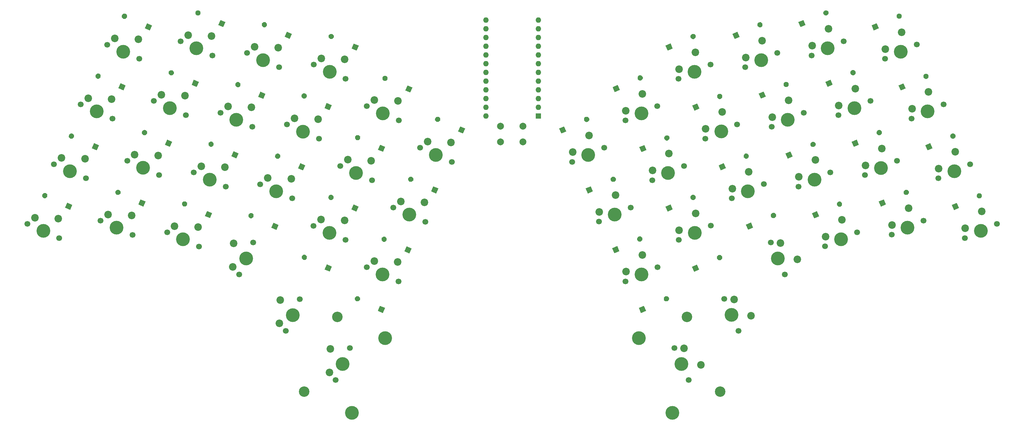
<source format=gbr>
%TF.GenerationSoftware,KiCad,Pcbnew,5.1.10-1.fc33*%
%TF.CreationDate,2021-08-02T15:59:08+02:00*%
%TF.ProjectId,lineata,6c696e65-6174-4612-9e6b-696361645f70,0.1*%
%TF.SameCoordinates,Original*%
%TF.FileFunction,Soldermask,Top*%
%TF.FilePolarity,Negative*%
%FSLAX46Y46*%
G04 Gerber Fmt 4.6, Leading zero omitted, Abs format (unit mm)*
G04 Created by KiCad (PCBNEW 5.1.10-1.fc33) date 2021-08-02 15:59:08*
%MOMM*%
%LPD*%
G01*
G04 APERTURE LIST*
%ADD10C,0.150000*%
%ADD11C,1.700000*%
%ADD12C,4.000000*%
%ADD13C,2.200000*%
%ADD14C,3.050000*%
%ADD15C,2.000000*%
%ADD16O,1.600000X1.600000*%
%ADD17R,1.600000X1.600000*%
G04 APERTURE END LIST*
%TO.C,D42*%
G36*
G01*
X298393880Y-108224056D02*
X298393880Y-108224056D01*
G75*
G02*
X298799327Y-107167831I730836J325389D01*
G01*
X298799327Y-107167831D01*
G75*
G02*
X299855552Y-107573278I325389J-730836D01*
G01*
X299855552Y-107573278D01*
G75*
G02*
X299450105Y-108629503I-730836J-325389D01*
G01*
X299450105Y-108629503D01*
G75*
G02*
X298393880Y-108224056I-325389J730836D01*
G01*
G37*
D10*
G36*
X291758053Y-112054226D02*
G01*
X291107274Y-110592553D01*
X292568947Y-109941774D01*
X293219726Y-111403447D01*
X291758053Y-112054226D01*
G37*
%TD*%
%TO.C,D40*%
G36*
G01*
X294456880Y-146514556D02*
X294456880Y-146514556D01*
G75*
G02*
X294862327Y-145458331I730836J325389D01*
G01*
X294862327Y-145458331D01*
G75*
G02*
X295918552Y-145863778I325389J-730836D01*
G01*
X295918552Y-145863778D01*
G75*
G02*
X295513105Y-146920003I-730836J-325389D01*
G01*
X295513105Y-146920003D01*
G75*
G02*
X294456880Y-146514556I-325389J730836D01*
G01*
G37*
G36*
X287821053Y-150344726D02*
G01*
X287170274Y-148883053D01*
X288631947Y-148232274D01*
X289282726Y-149693947D01*
X287821053Y-150344726D01*
G37*
%TD*%
%TO.C,D39*%
G36*
G01*
X286771880Y-129115556D02*
X286771880Y-129115556D01*
G75*
G02*
X287177327Y-128059331I730836J325389D01*
G01*
X287177327Y-128059331D01*
G75*
G02*
X288233552Y-128464778I325389J-730836D01*
G01*
X288233552Y-128464778D01*
G75*
G02*
X287828105Y-129521003I-730836J-325389D01*
G01*
X287828105Y-129521003D01*
G75*
G02*
X286771880Y-129115556I-325389J730836D01*
G01*
G37*
G36*
X280136053Y-132945726D02*
G01*
X279485274Y-131484053D01*
X280946947Y-130833274D01*
X281597726Y-132294947D01*
X280136053Y-132945726D01*
G37*
%TD*%
%TO.C,D38*%
G36*
G01*
X278962880Y-111653056D02*
X278962880Y-111653056D01*
G75*
G02*
X279368327Y-110596831I730836J325389D01*
G01*
X279368327Y-110596831D01*
G75*
G02*
X280424552Y-111002278I325389J-730836D01*
G01*
X280424552Y-111002278D01*
G75*
G02*
X280019105Y-112058503I-730836J-325389D01*
G01*
X280019105Y-112058503D01*
G75*
G02*
X278962880Y-111653056I-325389J730836D01*
G01*
G37*
G36*
X272327053Y-115483226D02*
G01*
X271676274Y-114021553D01*
X273137947Y-113370774D01*
X273788726Y-114832447D01*
X272327053Y-115483226D01*
G37*
%TD*%
%TO.C,D37*%
G36*
G01*
X271342880Y-94279902D02*
X271342880Y-94279902D01*
G75*
G02*
X271748327Y-93223677I730836J325389D01*
G01*
X271748327Y-93223677D01*
G75*
G02*
X272804552Y-93629124I325389J-730836D01*
G01*
X272804552Y-93629124D01*
G75*
G02*
X272399105Y-94685349I-730836J-325389D01*
G01*
X272399105Y-94685349D01*
G75*
G02*
X271342880Y-94279902I-325389J730836D01*
G01*
G37*
G36*
X264707053Y-98110072D02*
G01*
X264056274Y-96648399D01*
X265517947Y-95997620D01*
X266168726Y-97459293D01*
X264707053Y-98110072D01*
G37*
%TD*%
%TO.C,D36*%
G36*
G01*
X275271880Y-149816556D02*
X275271880Y-149816556D01*
G75*
G02*
X275677327Y-148760331I730836J325389D01*
G01*
X275677327Y-148760331D01*
G75*
G02*
X276733552Y-149165778I325389J-730836D01*
G01*
X276733552Y-149165778D01*
G75*
G02*
X276328105Y-150222003I-730836J-325389D01*
G01*
X276328105Y-150222003D01*
G75*
G02*
X275271880Y-149816556I-325389J730836D01*
G01*
G37*
G36*
X268636053Y-153646726D02*
G01*
X267985274Y-152185053D01*
X269446947Y-151534274D01*
X270097726Y-152995947D01*
X268636053Y-153646726D01*
G37*
%TD*%
%TO.C,D35*%
G36*
G01*
X267342380Y-132529902D02*
X267342380Y-132529902D01*
G75*
G02*
X267747827Y-131473677I730836J325389D01*
G01*
X267747827Y-131473677D01*
G75*
G02*
X268804052Y-131879124I325389J-730836D01*
G01*
X268804052Y-131879124D01*
G75*
G02*
X268398605Y-132935349I-730836J-325389D01*
G01*
X268398605Y-132935349D01*
G75*
G02*
X267342380Y-132529902I-325389J730836D01*
G01*
G37*
G36*
X260706553Y-136360072D02*
G01*
X260055774Y-134898399D01*
X261517447Y-134247620D01*
X262168226Y-135709293D01*
X260706553Y-136360072D01*
G37*
%TD*%
D11*
%TO.C,SW38*%
X284793128Y-119556546D03*
X275511506Y-123688990D03*
D12*
X280152317Y-121622768D03*
D13*
X275638597Y-120852029D03*
X280406500Y-115948846D03*
%TD*%
D11*
%TO.C,SW37*%
X277068128Y-102181546D03*
X267786506Y-106313990D03*
D12*
X272427317Y-104247768D03*
D13*
X267913597Y-103477029D03*
X272681500Y-98573846D03*
%TD*%
D11*
%TO.C,SW30*%
X250028128Y-135061546D03*
X240746506Y-139193990D03*
D12*
X245387317Y-137127768D03*
D13*
X240873597Y-136357029D03*
X245641500Y-131453846D03*
%TD*%
D11*
%TO.C,SW29*%
X242253128Y-117661546D03*
X232971506Y-121793990D03*
D12*
X237612317Y-119727768D03*
D13*
X233098597Y-118957029D03*
X237866500Y-114053846D03*
%TD*%
D11*
%TO.C,SW33*%
X257703128Y-105561546D03*
X248421506Y-109693990D03*
D12*
X253062317Y-107627768D03*
D13*
X248548597Y-106857029D03*
X253316500Y-101953846D03*
%TD*%
D11*
%TO.C,SW34*%
X265453128Y-122961546D03*
X256171506Y-127093990D03*
D12*
X260812317Y-125027768D03*
D13*
X256298597Y-124257029D03*
X261066500Y-119353846D03*
%TD*%
D11*
%TO.C,SW35*%
X273203128Y-140361546D03*
X263921506Y-144493990D03*
D12*
X268562317Y-142427768D03*
D13*
X264048597Y-141657029D03*
X268816500Y-136753846D03*
%TD*%
D11*
%TO.C,SW39*%
X292543128Y-136956546D03*
X283261506Y-141088990D03*
D12*
X287902317Y-139022768D03*
D13*
X283388597Y-138252029D03*
X288156500Y-133348846D03*
%TD*%
%TO.C,D34*%
G36*
G01*
X259658880Y-115129902D02*
X259658880Y-115129902D01*
G75*
G02*
X260064327Y-114073677I730836J325389D01*
G01*
X260064327Y-114073677D01*
G75*
G02*
X261120552Y-114479124I325389J-730836D01*
G01*
X261120552Y-114479124D01*
G75*
G02*
X260715105Y-115535349I-730836J-325389D01*
G01*
X260715105Y-115535349D01*
G75*
G02*
X259658880Y-115129902I-325389J730836D01*
G01*
G37*
D10*
G36*
X253023053Y-118960072D02*
G01*
X252372274Y-117498399D01*
X253833947Y-116847620D01*
X254484726Y-118309293D01*
X253023053Y-118960072D01*
G37*
%TD*%
%TO.C,D33*%
G36*
G01*
X251911880Y-97679902D02*
X251911880Y-97679902D01*
G75*
G02*
X252317327Y-96623677I730836J325389D01*
G01*
X252317327Y-96623677D01*
G75*
G02*
X253373552Y-97029124I325389J-730836D01*
G01*
X253373552Y-97029124D01*
G75*
G02*
X252968105Y-98085349I-730836J-325389D01*
G01*
X252968105Y-98085349D01*
G75*
G02*
X251911880Y-97679902I-325389J730836D01*
G01*
G37*
G36*
X245276053Y-101510072D02*
G01*
X244625274Y-100048399D01*
X246086947Y-99397620D01*
X246737726Y-100859293D01*
X245276053Y-101510072D01*
G37*
%TD*%
%TO.C,D31*%
G36*
G01*
X251911880Y-144546056D02*
X251911880Y-144546056D01*
G75*
G02*
X252317327Y-143489831I730836J325389D01*
G01*
X252317327Y-143489831D01*
G75*
G02*
X253373552Y-143895278I325389J-730836D01*
G01*
X253373552Y-143895278D01*
G75*
G02*
X252968105Y-144951503I-730836J-325389D01*
G01*
X252968105Y-144951503D01*
G75*
G02*
X251911880Y-144546056I-325389J730836D01*
G01*
G37*
G36*
X245276053Y-148376226D02*
G01*
X244625274Y-146914553D01*
X246086947Y-146263774D01*
X246737726Y-147725447D01*
X245276053Y-148376226D01*
G37*
%TD*%
%TO.C,D30*%
G36*
G01*
X244291880Y-127229902D02*
X244291880Y-127229902D01*
G75*
G02*
X244697327Y-126173677I730836J325389D01*
G01*
X244697327Y-126173677D01*
G75*
G02*
X245753552Y-126579124I325389J-730836D01*
G01*
X245753552Y-126579124D01*
G75*
G02*
X245348105Y-127635349I-730836J-325389D01*
G01*
X245348105Y-127635349D01*
G75*
G02*
X244291880Y-127229902I-325389J730836D01*
G01*
G37*
G36*
X237656053Y-131060072D02*
G01*
X237005274Y-129598399D01*
X238466947Y-128947620D01*
X239117726Y-130409293D01*
X237656053Y-131060072D01*
G37*
%TD*%
%TO.C,D29*%
G36*
G01*
X236521880Y-109748056D02*
X236521880Y-109748056D01*
G75*
G02*
X236927327Y-108691831I730836J325389D01*
G01*
X236927327Y-108691831D01*
G75*
G02*
X237983552Y-109097278I325389J-730836D01*
G01*
X237983552Y-109097278D01*
G75*
G02*
X237578105Y-110153503I-730836J-325389D01*
G01*
X237578105Y-110153503D01*
G75*
G02*
X236521880Y-109748056I-325389J730836D01*
G01*
G37*
G36*
X229886053Y-113578226D02*
G01*
X229235274Y-112116553D01*
X230696947Y-111465774D01*
X231347726Y-112927447D01*
X229886053Y-113578226D01*
G37*
%TD*%
D11*
%TO.C,SW26*%
X234528128Y-147161546D03*
X225246506Y-151293990D03*
D12*
X229887317Y-149227768D03*
D13*
X225373597Y-148457029D03*
X230141500Y-143553846D03*
%TD*%
D11*
%TO.C,SW31*%
X257753128Y-152461546D03*
X248471506Y-156593990D03*
D12*
X253112317Y-154527768D03*
D13*
X248598597Y-153757029D03*
X253366500Y-148853846D03*
%TD*%
D11*
%TO.C,SW27*%
X242278128Y-164561546D03*
X232996506Y-168693990D03*
D12*
X237637317Y-166627768D03*
D13*
X233123597Y-165857029D03*
X237891500Y-160953846D03*
%TD*%
%TO.C,D32*%
G36*
G01*
X259595380Y-162072056D02*
X259595380Y-162072056D01*
G75*
G02*
X260000827Y-161015831I730836J325389D01*
G01*
X260000827Y-161015831D01*
G75*
G02*
X261057052Y-161421278I325389J-730836D01*
G01*
X261057052Y-161421278D01*
G75*
G02*
X260651605Y-162477503I-730836J-325389D01*
G01*
X260651605Y-162477503D01*
G75*
G02*
X259595380Y-162072056I-325389J730836D01*
G01*
G37*
D10*
G36*
X252959553Y-165902226D02*
G01*
X252308774Y-164440553D01*
X253770447Y-163789774D01*
X254421226Y-165251447D01*
X252959553Y-165902226D01*
G37*
%TD*%
%TO.C,D28*%
G36*
G01*
X244144880Y-174073556D02*
X244144880Y-174073556D01*
G75*
G02*
X244550327Y-173017331I730836J325389D01*
G01*
X244550327Y-173017331D01*
G75*
G02*
X245606552Y-173422778I325389J-730836D01*
G01*
X245606552Y-173422778D01*
G75*
G02*
X245201105Y-174479003I-730836J-325389D01*
G01*
X245201105Y-174479003D01*
G75*
G02*
X244144880Y-174073556I-325389J730836D01*
G01*
G37*
G36*
X237509053Y-177903726D02*
G01*
X236858274Y-176442053D01*
X238319947Y-175791274D01*
X238970726Y-177252947D01*
X237509053Y-177903726D01*
G37*
%TD*%
%TO.C,D27*%
G36*
G01*
X236417880Y-156674556D02*
X236417880Y-156674556D01*
G75*
G02*
X236823327Y-155618331I730836J325389D01*
G01*
X236823327Y-155618331D01*
G75*
G02*
X237879552Y-156023778I325389J-730836D01*
G01*
X237879552Y-156023778D01*
G75*
G02*
X237474105Y-157080003I-730836J-325389D01*
G01*
X237474105Y-157080003D01*
G75*
G02*
X236417880Y-156674556I-325389J730836D01*
G01*
G37*
G36*
X229782053Y-160504726D02*
G01*
X229131274Y-159043053D01*
X230592947Y-158392274D01*
X231243726Y-159853947D01*
X229782053Y-160504726D01*
G37*
%TD*%
%TO.C,D26*%
G36*
G01*
X228714380Y-139275556D02*
X228714380Y-139275556D01*
G75*
G02*
X229119827Y-138219331I730836J325389D01*
G01*
X229119827Y-138219331D01*
G75*
G02*
X230176052Y-138624778I325389J-730836D01*
G01*
X230176052Y-138624778D01*
G75*
G02*
X229770605Y-139681003I-730836J-325389D01*
G01*
X229770605Y-139681003D01*
G75*
G02*
X228714380Y-139275556I-325389J730836D01*
G01*
G37*
G36*
X222078553Y-143105726D02*
G01*
X221427774Y-141644053D01*
X222889447Y-140993274D01*
X223540226Y-142454947D01*
X222078553Y-143105726D01*
G37*
%TD*%
%TO.C,D25*%
G36*
G01*
X220967380Y-121813902D02*
X220967380Y-121813902D01*
G75*
G02*
X221372827Y-120757677I730836J325389D01*
G01*
X221372827Y-120757677D01*
G75*
G02*
X222429052Y-121163124I325389J-730836D01*
G01*
X222429052Y-121163124D01*
G75*
G02*
X222023605Y-122219349I-730836J-325389D01*
G01*
X222023605Y-122219349D01*
G75*
G02*
X220967380Y-121813902I-325389J730836D01*
G01*
G37*
G36*
X214331553Y-125644072D02*
G01*
X213680774Y-124182399D01*
X215142447Y-123531620D01*
X215793226Y-124993293D01*
X214331553Y-125644072D01*
G37*
%TD*%
D14*
%TO.C,SW28*%
X260502562Y-200748697D03*
X250822230Y-179006315D03*
D12*
X236899797Y-185204982D03*
X246580129Y-206947364D03*
D11*
X251333800Y-197365474D03*
X247201356Y-188083852D03*
D12*
X249267578Y-192724663D03*
D13*
X250038317Y-188210943D03*
X254941500Y-192978846D03*
%TD*%
D11*
%TO.C,SW32*%
X265833800Y-183090474D03*
X261701356Y-173808852D03*
D12*
X263767578Y-178449663D03*
D13*
X264538317Y-173935943D03*
X269441500Y-178703846D03*
%TD*%
D11*
%TO.C,SW36*%
X279333800Y-166640474D03*
X275201356Y-157358852D03*
D12*
X277267578Y-161999663D03*
D13*
X278038317Y-157485943D03*
X282941500Y-162253846D03*
%TD*%
D11*
%TO.C,SW40*%
X300293128Y-154356546D03*
X291011506Y-158488990D03*
D12*
X295652317Y-156422768D03*
D13*
X291138597Y-155652029D03*
X295906500Y-150748846D03*
%TD*%
D11*
%TO.C,SW25*%
X226778128Y-129761546D03*
X217496506Y-133893990D03*
D12*
X222137317Y-131827768D03*
D13*
X217623597Y-131057029D03*
X222391500Y-126153846D03*
%TD*%
D11*
%TO.C,SW44*%
X319628128Y-150961546D03*
X310346506Y-155093990D03*
D12*
X314987317Y-153027768D03*
D13*
X310473597Y-152257029D03*
X315241500Y-147353846D03*
%TD*%
%TO.C,D47*%
G36*
G01*
X327413380Y-126702556D02*
X327413380Y-126702556D01*
G75*
G02*
X327818827Y-125646331I730836J325389D01*
G01*
X327818827Y-125646331D01*
G75*
G02*
X328875052Y-126051778I325389J-730836D01*
G01*
X328875052Y-126051778D01*
G75*
G02*
X328469605Y-127108003I-730836J-325389D01*
G01*
X328469605Y-127108003D01*
G75*
G02*
X327413380Y-126702556I-325389J730836D01*
G01*
G37*
D10*
G36*
X320777553Y-130532726D02*
G01*
X320126774Y-129071053D01*
X321588447Y-128420274D01*
X322239226Y-129881947D01*
X320777553Y-130532726D01*
G37*
%TD*%
%TO.C,D46*%
G36*
G01*
X319602880Y-109279902D02*
X319602880Y-109279902D01*
G75*
G02*
X320008327Y-108223677I730836J325389D01*
G01*
X320008327Y-108223677D01*
G75*
G02*
X321064552Y-108629124I325389J-730836D01*
G01*
X321064552Y-108629124D01*
G75*
G02*
X320659105Y-109685349I-730836J-325389D01*
G01*
X320659105Y-109685349D01*
G75*
G02*
X319602880Y-109279902I-325389J730836D01*
G01*
G37*
G36*
X312967053Y-113110072D02*
G01*
X312316274Y-111648399D01*
X313777947Y-110997620D01*
X314428726Y-112459293D01*
X312967053Y-113110072D01*
G37*
%TD*%
%TO.C,D44*%
G36*
G01*
X313871880Y-143085556D02*
X313871880Y-143085556D01*
G75*
G02*
X314277327Y-142029331I730836J325389D01*
G01*
X314277327Y-142029331D01*
G75*
G02*
X315333552Y-142434778I325389J-730836D01*
G01*
X315333552Y-142434778D01*
G75*
G02*
X314928105Y-143491003I-730836J-325389D01*
G01*
X314928105Y-143491003D01*
G75*
G02*
X313871880Y-143085556I-325389J730836D01*
G01*
G37*
G36*
X307236053Y-146915726D02*
G01*
X306585274Y-145454053D01*
X308046947Y-144803274D01*
X308697726Y-146264947D01*
X307236053Y-146915726D01*
G37*
%TD*%
%TO.C,D43*%
G36*
G01*
X306013880Y-125686556D02*
X306013880Y-125686556D01*
G75*
G02*
X306419327Y-124630331I730836J325389D01*
G01*
X306419327Y-124630331D01*
G75*
G02*
X307475552Y-125035778I325389J-730836D01*
G01*
X307475552Y-125035778D01*
G75*
G02*
X307070105Y-126092003I-730836J-325389D01*
G01*
X307070105Y-126092003D01*
G75*
G02*
X306013880Y-125686556I-325389J730836D01*
G01*
G37*
G36*
X299378053Y-129516726D02*
G01*
X298727274Y-128055053D01*
X300188947Y-127404274D01*
X300839726Y-128865947D01*
X299378053Y-129516726D01*
G37*
%TD*%
D11*
%TO.C,SW41*%
X296393128Y-98756546D03*
X287111506Y-102888990D03*
D12*
X291752317Y-100822768D03*
D13*
X287238597Y-100052029D03*
X292006500Y-95148846D03*
%TD*%
D11*
%TO.C,SW43*%
X311878128Y-133586546D03*
X302596506Y-137718990D03*
D12*
X307237317Y-135652768D03*
D13*
X302723597Y-134882029D03*
X307491500Y-129978846D03*
%TD*%
D11*
%TO.C,SW42*%
X304153128Y-116161546D03*
X294871506Y-120293990D03*
D12*
X299512317Y-118227768D03*
D13*
X294998597Y-117457029D03*
X299766500Y-112553846D03*
%TD*%
D11*
%TO.C,SW45*%
X317678128Y-99711546D03*
X308396506Y-103843990D03*
D12*
X313037317Y-101777768D03*
D13*
X308523597Y-101007029D03*
X313291500Y-96103846D03*
%TD*%
D11*
%TO.C,SW46*%
X325428128Y-117111546D03*
X316146506Y-121243990D03*
D12*
X320787317Y-119177768D03*
D13*
X316273597Y-118407029D03*
X321041500Y-113503846D03*
%TD*%
D11*
%TO.C,SW47*%
X333178128Y-134536546D03*
X323896506Y-138668990D03*
D12*
X328537317Y-136602768D03*
D13*
X324023597Y-135832029D03*
X328791500Y-130928846D03*
%TD*%
D11*
%TO.C,SW48*%
X340903128Y-151911546D03*
X331621506Y-156043990D03*
D12*
X336262317Y-153977768D03*
D13*
X331748597Y-153207029D03*
X336516500Y-148303846D03*
%TD*%
%TO.C,D48*%
G36*
G01*
X335096880Y-144101556D02*
X335096880Y-144101556D01*
G75*
G02*
X335502327Y-143045331I730836J325389D01*
G01*
X335502327Y-143045331D01*
G75*
G02*
X336558552Y-143450778I325389J-730836D01*
G01*
X336558552Y-143450778D01*
G75*
G02*
X336153105Y-144507003I-730836J-325389D01*
G01*
X336153105Y-144507003D01*
G75*
G02*
X335096880Y-144101556I-325389J730836D01*
G01*
G37*
D10*
G36*
X328461053Y-147931726D02*
G01*
X327810274Y-146470053D01*
X329271947Y-145819274D01*
X329922726Y-147280947D01*
X328461053Y-147931726D01*
G37*
%TD*%
%TO.C,D45*%
G36*
G01*
X311792380Y-91777556D02*
X311792380Y-91777556D01*
G75*
G02*
X312197827Y-90721331I730836J325389D01*
G01*
X312197827Y-90721331D01*
G75*
G02*
X313254052Y-91126778I325389J-730836D01*
G01*
X313254052Y-91126778D01*
G75*
G02*
X312848605Y-92183003I-730836J-325389D01*
G01*
X312848605Y-92183003D01*
G75*
G02*
X311792380Y-91777556I-325389J730836D01*
G01*
G37*
G36*
X305156553Y-95607726D02*
G01*
X304505774Y-94146053D01*
X305967447Y-93495274D01*
X306618226Y-94956947D01*
X305156553Y-95607726D01*
G37*
%TD*%
%TO.C,D41*%
G36*
G01*
X290519880Y-90825056D02*
X290519880Y-90825056D01*
G75*
G02*
X290925327Y-89768831I730836J325389D01*
G01*
X290925327Y-89768831D01*
G75*
G02*
X291981552Y-90174278I325389J-730836D01*
G01*
X291981552Y-90174278D01*
G75*
G02*
X291576105Y-91230503I-730836J-325389D01*
G01*
X291576105Y-91230503D01*
G75*
G02*
X290519880Y-90825056I-325389J730836D01*
G01*
G37*
G36*
X283884053Y-94655226D02*
G01*
X283233274Y-93193553D01*
X284694947Y-92542774D01*
X285345726Y-94004447D01*
X283884053Y-94655226D01*
G37*
%TD*%
D15*
%TO.C,SW49*%
X196700000Y-128016000D03*
X196700000Y-123516000D03*
X203200000Y-128016000D03*
X203200000Y-123516000D03*
%TD*%
D16*
%TO.C,U1*%
X192405000Y-120523000D03*
X192405000Y-117983000D03*
X192405000Y-115443000D03*
X207645000Y-92583000D03*
X192405000Y-112903000D03*
X207645000Y-95123000D03*
X192405000Y-110363000D03*
X207645000Y-97663000D03*
X192405000Y-107823000D03*
X207645000Y-100203000D03*
X192405000Y-105283000D03*
X207645000Y-102743000D03*
X192405000Y-102743000D03*
X207645000Y-105283000D03*
X192405000Y-100203000D03*
X207645000Y-107823000D03*
X192405000Y-97663000D03*
X207645000Y-110363000D03*
X192405000Y-95123000D03*
X207645000Y-112903000D03*
X192405000Y-92583000D03*
X207645000Y-115443000D03*
X207645000Y-117983000D03*
D17*
X207645000Y-120523000D03*
%TD*%
%TO.C,D11*%
G36*
G01*
X113276620Y-129052056D02*
X113276620Y-129052056D01*
G75*
G02*
X112220395Y-129457503I-730836J325389D01*
G01*
X112220395Y-129457503D01*
G75*
G02*
X111814948Y-128401278I325389J730836D01*
G01*
X111814948Y-128401278D01*
G75*
G02*
X112871173Y-127995831I730836J-325389D01*
G01*
X112871173Y-127995831D01*
G75*
G02*
X113276620Y-129052056I-325389J-730836D01*
G01*
G37*
D10*
G36*
X120563226Y-131420553D02*
G01*
X119912447Y-132882226D01*
X118450774Y-132231447D01*
X119101553Y-130769774D01*
X120563226Y-131420553D01*
G37*
%TD*%
%TO.C,D9*%
G36*
G01*
X128770620Y-94254056D02*
X128770620Y-94254056D01*
G75*
G02*
X127714395Y-94659503I-730836J325389D01*
G01*
X127714395Y-94659503D01*
G75*
G02*
X127308948Y-93603278I325389J730836D01*
G01*
X127308948Y-93603278D01*
G75*
G02*
X128365173Y-93197831I730836J-325389D01*
G01*
X128365173Y-93197831D01*
G75*
G02*
X128770620Y-94254056I-325389J-730836D01*
G01*
G37*
G36*
X136057226Y-96622553D02*
G01*
X135406447Y-98084226D01*
X133944774Y-97433447D01*
X134595553Y-95971774D01*
X136057226Y-96622553D01*
G37*
%TD*%
%TO.C,D13*%
G36*
G01*
X148201620Y-97683056D02*
X148201620Y-97683056D01*
G75*
G02*
X147145395Y-98088503I-730836J325389D01*
G01*
X147145395Y-98088503D01*
G75*
G02*
X146739948Y-97032278I325389J730836D01*
G01*
X146739948Y-97032278D01*
G75*
G02*
X147796173Y-96626831I730836J-325389D01*
G01*
X147796173Y-96626831D01*
G75*
G02*
X148201620Y-97683056I-325389J-730836D01*
G01*
G37*
G36*
X155488226Y-100051553D02*
G01*
X154837447Y-101513226D01*
X153375774Y-100862447D01*
X154026553Y-99400774D01*
X155488226Y-100051553D01*
G37*
%TD*%
%TO.C,D1*%
G36*
G01*
X88105220Y-91802956D02*
X88105220Y-91802956D01*
G75*
G02*
X87048995Y-92208403I-730836J325389D01*
G01*
X87048995Y-92208403D01*
G75*
G02*
X86643548Y-91152178I325389J730836D01*
G01*
X86643548Y-91152178D01*
G75*
G02*
X87699773Y-90746731I730836J-325389D01*
G01*
X87699773Y-90746731D01*
G75*
G02*
X88105220Y-91802956I-325389J-730836D01*
G01*
G37*
G36*
X95391826Y-94171453D02*
G01*
X94741047Y-95633126D01*
X93279374Y-94982347D01*
X93930153Y-93520674D01*
X95391826Y-94171453D01*
G37*
%TD*%
%TO.C,D17*%
G36*
G01*
X163822620Y-109875056D02*
X163822620Y-109875056D01*
G75*
G02*
X162766395Y-110280503I-730836J325389D01*
G01*
X162766395Y-110280503D01*
G75*
G02*
X162360948Y-109224278I325389J730836D01*
G01*
X162360948Y-109224278D01*
G75*
G02*
X163417173Y-108818831I730836J-325389D01*
G01*
X163417173Y-108818831D01*
G75*
G02*
X163822620Y-109875056I-325389J-730836D01*
G01*
G37*
G36*
X171109226Y-112243553D02*
G01*
X170458447Y-113705226D01*
X168996774Y-113054447D01*
X169647553Y-111592774D01*
X171109226Y-112243553D01*
G37*
%TD*%
%TO.C,D21*%
G36*
G01*
X179126120Y-121813056D02*
X179126120Y-121813056D01*
G75*
G02*
X178069895Y-122218503I-730836J325389D01*
G01*
X178069895Y-122218503D01*
G75*
G02*
X177664448Y-121162278I325389J730836D01*
G01*
X177664448Y-121162278D01*
G75*
G02*
X178720673Y-120756831I730836J-325389D01*
G01*
X178720673Y-120756831D01*
G75*
G02*
X179126120Y-121813056I-325389J-730836D01*
G01*
G37*
G36*
X186412726Y-124181553D02*
G01*
X185761947Y-125643226D01*
X184300274Y-124992447D01*
X184951053Y-123530774D01*
X186412726Y-124181553D01*
G37*
%TD*%
%TO.C,D5*%
G36*
G01*
X109466620Y-90825056D02*
X109466620Y-90825056D01*
G75*
G02*
X108410395Y-91230503I-730836J325389D01*
G01*
X108410395Y-91230503D01*
G75*
G02*
X108004948Y-90174278I325389J730836D01*
G01*
X108004948Y-90174278D01*
G75*
G02*
X109061173Y-89768831I730836J-325389D01*
G01*
X109061173Y-89768831D01*
G75*
G02*
X109466620Y-90825056I-325389J-730836D01*
G01*
G37*
G36*
X116753226Y-93193553D02*
G01*
X116102447Y-94655226D01*
X114640774Y-94004447D01*
X115291553Y-92542774D01*
X116753226Y-93193553D01*
G37*
%TD*%
D11*
%TO.C,SW16*%
X124821922Y-157366317D03*
X120689478Y-166647939D03*
D12*
X122755700Y-162007128D03*
D13*
X118885628Y-164454625D03*
X119148000Y-157620500D03*
%TD*%
D14*
%TO.C,SW24*%
X149251048Y-179038780D03*
X139570716Y-200781162D03*
D12*
X153493148Y-206979828D03*
X163173480Y-185237447D03*
D11*
X152871922Y-188116317D03*
X148739478Y-197397939D03*
D12*
X150805700Y-192757128D03*
D13*
X146935628Y-195204625D03*
X147198000Y-188370500D03*
%TD*%
D11*
%TO.C,SW23*%
X167052183Y-168711722D03*
X157770561Y-164579278D03*
D12*
X162411372Y-166645500D03*
D13*
X159963875Y-162775428D03*
X166798000Y-163037800D03*
%TD*%
D11*
%TO.C,SW22*%
X174802183Y-151319422D03*
X165520561Y-147186978D03*
D12*
X170161372Y-149253200D03*
D13*
X167713875Y-145383128D03*
X174548000Y-145645500D03*
%TD*%
D11*
%TO.C,SW21*%
X182552183Y-133894422D03*
X173270561Y-129761978D03*
D12*
X177911372Y-131828200D03*
D13*
X175463875Y-127958128D03*
X182298000Y-128220500D03*
%TD*%
D11*
%TO.C,SW20*%
X138371922Y-173841317D03*
X134239478Y-183122939D03*
D12*
X136305700Y-178482128D03*
D13*
X132435628Y-180929625D03*
X132698000Y-174095500D03*
%TD*%
D11*
%TO.C,SW19*%
X151602183Y-156619422D03*
X142320561Y-152486978D03*
D12*
X146961372Y-154553200D03*
D13*
X144513875Y-150683128D03*
X151348000Y-150945500D03*
%TD*%
D11*
%TO.C,SW18*%
X159352183Y-139194422D03*
X150070561Y-135061978D03*
D12*
X154711372Y-137128200D03*
D13*
X152263875Y-133258128D03*
X159098000Y-133520500D03*
%TD*%
D11*
%TO.C,SW17*%
X167102183Y-121794422D03*
X157820561Y-117661978D03*
D12*
X162461372Y-119728200D03*
D13*
X160013875Y-115858128D03*
X166848000Y-116120500D03*
%TD*%
D11*
%TO.C,SW15*%
X136127183Y-144511722D03*
X126845561Y-140379278D03*
D12*
X131486372Y-142445500D03*
D13*
X129038875Y-138575428D03*
X135873000Y-138837800D03*
%TD*%
D11*
%TO.C,SW14*%
X143877183Y-127119422D03*
X134595561Y-122986978D03*
D12*
X139236372Y-125053200D03*
D13*
X136788875Y-121183128D03*
X143623000Y-121445500D03*
%TD*%
D11*
%TO.C,SW13*%
X151652183Y-109694422D03*
X142370561Y-105561978D03*
D12*
X147011372Y-107628200D03*
D13*
X144563875Y-103758128D03*
X151398000Y-104020500D03*
%TD*%
D11*
%TO.C,SW12*%
X109052183Y-158519422D03*
X99770561Y-154386978D03*
D12*
X104411372Y-156453200D03*
D13*
X101963875Y-152583128D03*
X108798000Y-152845500D03*
%TD*%
D11*
%TO.C,SW11*%
X116802183Y-141094422D03*
X107520561Y-136961978D03*
D12*
X112161372Y-139028200D03*
D13*
X109713875Y-135158128D03*
X116548000Y-135420500D03*
%TD*%
D11*
%TO.C,SW10*%
X124552183Y-123694422D03*
X115270561Y-119561978D03*
D12*
X119911372Y-121628200D03*
D13*
X117463875Y-117758128D03*
X124298000Y-118020500D03*
%TD*%
D11*
%TO.C,SW9*%
X132302183Y-106294422D03*
X123020561Y-102161978D03*
D12*
X127661372Y-104228200D03*
D13*
X125213875Y-100358128D03*
X132048000Y-100620500D03*
%TD*%
D11*
%TO.C,SW8*%
X89702183Y-155119422D03*
X80420561Y-150986978D03*
D12*
X85061372Y-153053200D03*
D13*
X82613875Y-149183128D03*
X89448000Y-149445500D03*
%TD*%
D11*
%TO.C,SW7*%
X97452183Y-137694422D03*
X88170561Y-133561978D03*
D12*
X92811372Y-135628200D03*
D13*
X90363875Y-131758128D03*
X97198000Y-132020500D03*
%TD*%
D11*
%TO.C,SW6*%
X105202183Y-120294422D03*
X95920561Y-116161978D03*
D12*
X100561372Y-118228200D03*
D13*
X98113875Y-114358128D03*
X104948000Y-114620500D03*
%TD*%
D11*
%TO.C,SW5*%
X112952183Y-102894422D03*
X103670561Y-98761978D03*
D12*
X108311372Y-100828200D03*
D13*
X105863875Y-96958128D03*
X112698000Y-97220500D03*
%TD*%
D11*
%TO.C,SW4*%
X68427183Y-156069422D03*
X59145561Y-151936978D03*
D12*
X63786372Y-154003200D03*
D13*
X61338875Y-150133128D03*
X68173000Y-150395500D03*
%TD*%
D11*
%TO.C,SW3*%
X76177183Y-138669422D03*
X66895561Y-134536978D03*
D12*
X71536372Y-136603200D03*
D13*
X69088875Y-132733128D03*
X75923000Y-132995500D03*
%TD*%
D11*
%TO.C,SW2*%
X83927183Y-121269422D03*
X74645561Y-117136978D03*
D12*
X79286372Y-119203200D03*
D13*
X76838875Y-115333128D03*
X83673000Y-115595500D03*
%TD*%
D11*
%TO.C,SW1*%
X91677183Y-103869422D03*
X82395561Y-99736978D03*
D12*
X87036372Y-101803200D03*
D13*
X84588875Y-97933128D03*
X91423000Y-98195500D03*
%TD*%
%TO.C,D24*%
G36*
G01*
X155821620Y-174073556D02*
X155821620Y-174073556D01*
G75*
G02*
X154765395Y-174479003I-730836J325389D01*
G01*
X154765395Y-174479003D01*
G75*
G02*
X154359948Y-173422778I325389J730836D01*
G01*
X154359948Y-173422778D01*
G75*
G02*
X155416173Y-173017331I730836J-325389D01*
G01*
X155416173Y-173017331D01*
G75*
G02*
X155821620Y-174073556I-325389J-730836D01*
G01*
G37*
D10*
G36*
X163108226Y-176442053D02*
G01*
X162457447Y-177903726D01*
X160995774Y-177252947D01*
X161646553Y-175791274D01*
X163108226Y-176442053D01*
G37*
%TD*%
%TO.C,D23*%
G36*
G01*
X163568620Y-156738056D02*
X163568620Y-156738056D01*
G75*
G02*
X162512395Y-157143503I-730836J325389D01*
G01*
X162512395Y-157143503D01*
G75*
G02*
X162106948Y-156087278I325389J730836D01*
G01*
X162106948Y-156087278D01*
G75*
G02*
X163163173Y-155681831I730836J-325389D01*
G01*
X163163173Y-155681831D01*
G75*
G02*
X163568620Y-156738056I-325389J-730836D01*
G01*
G37*
G36*
X170855226Y-159106553D02*
G01*
X170204447Y-160568226D01*
X168742774Y-159917447D01*
X169393553Y-158455774D01*
X170855226Y-159106553D01*
G37*
%TD*%
%TO.C,D22*%
G36*
G01*
X171315620Y-139275556D02*
X171315620Y-139275556D01*
G75*
G02*
X170259395Y-139681003I-730836J325389D01*
G01*
X170259395Y-139681003D01*
G75*
G02*
X169853948Y-138624778I325389J730836D01*
G01*
X169853948Y-138624778D01*
G75*
G02*
X170910173Y-138219331I730836J-325389D01*
G01*
X170910173Y-138219331D01*
G75*
G02*
X171315620Y-139275556I-325389J-730836D01*
G01*
G37*
G36*
X178602226Y-141644053D02*
G01*
X177951447Y-143105726D01*
X176489774Y-142454947D01*
X177140553Y-140993274D01*
X178602226Y-141644053D01*
G37*
%TD*%
%TO.C,D20*%
G36*
G01*
X140391120Y-162008556D02*
X140391120Y-162008556D01*
G75*
G02*
X139334895Y-162414003I-730836J325389D01*
G01*
X139334895Y-162414003D01*
G75*
G02*
X138929448Y-161357778I325389J730836D01*
G01*
X138929448Y-161357778D01*
G75*
G02*
X139985673Y-160952331I730836J-325389D01*
G01*
X139985673Y-160952331D01*
G75*
G02*
X140391120Y-162008556I-325389J-730836D01*
G01*
G37*
G36*
X147677726Y-164377053D02*
G01*
X147026947Y-165838726D01*
X145565274Y-165187947D01*
X146216053Y-163726274D01*
X147677726Y-164377053D01*
G37*
%TD*%
%TO.C,D19*%
G36*
G01*
X148138120Y-144546056D02*
X148138120Y-144546056D01*
G75*
G02*
X147081895Y-144951503I-730836J325389D01*
G01*
X147081895Y-144951503D01*
G75*
G02*
X146676448Y-143895278I325389J730836D01*
G01*
X146676448Y-143895278D01*
G75*
G02*
X147732673Y-143489831I730836J-325389D01*
G01*
X147732673Y-143489831D01*
G75*
G02*
X148138120Y-144546056I-325389J-730836D01*
G01*
G37*
G36*
X155424726Y-146914553D02*
G01*
X154773947Y-148376226D01*
X153312274Y-147725447D01*
X153963053Y-146263774D01*
X155424726Y-146914553D01*
G37*
%TD*%
%TO.C,D18*%
G36*
G01*
X155885120Y-127147056D02*
X155885120Y-127147056D01*
G75*
G02*
X154828895Y-127552503I-730836J325389D01*
G01*
X154828895Y-127552503D01*
G75*
G02*
X154423448Y-126496278I325389J730836D01*
G01*
X154423448Y-126496278D01*
G75*
G02*
X155479673Y-126090831I730836J-325389D01*
G01*
X155479673Y-126090831D01*
G75*
G02*
X155885120Y-127147056I-325389J-730836D01*
G01*
G37*
G36*
X163171726Y-129515553D02*
G01*
X162520947Y-130977226D01*
X161059274Y-130326447D01*
X161710053Y-128864774D01*
X163171726Y-129515553D01*
G37*
%TD*%
%TO.C,D16*%
G36*
G01*
X124897120Y-149880056D02*
X124897120Y-149880056D01*
G75*
G02*
X123840895Y-150285503I-730836J325389D01*
G01*
X123840895Y-150285503D01*
G75*
G02*
X123435448Y-149229278I325389J730836D01*
G01*
X123435448Y-149229278D01*
G75*
G02*
X124491673Y-148823831I730836J-325389D01*
G01*
X124491673Y-148823831D01*
G75*
G02*
X124897120Y-149880056I-325389J-730836D01*
G01*
G37*
G36*
X132183726Y-152248553D02*
G01*
X131532947Y-153710226D01*
X130071274Y-153059447D01*
X130722053Y-151597774D01*
X132183726Y-152248553D01*
G37*
%TD*%
%TO.C,D15*%
G36*
G01*
X132644120Y-132544556D02*
X132644120Y-132544556D01*
G75*
G02*
X131587895Y-132950003I-730836J325389D01*
G01*
X131587895Y-132950003D01*
G75*
G02*
X131182448Y-131893778I325389J730836D01*
G01*
X131182448Y-131893778D01*
G75*
G02*
X132238673Y-131488331I730836J-325389D01*
G01*
X132238673Y-131488331D01*
G75*
G02*
X132644120Y-132544556I-325389J-730836D01*
G01*
G37*
G36*
X139930726Y-134913053D02*
G01*
X139279947Y-136374726D01*
X137818274Y-135723947D01*
X138469053Y-134262274D01*
X139930726Y-134913053D01*
G37*
%TD*%
%TO.C,D14*%
G36*
G01*
X140327620Y-115018556D02*
X140327620Y-115018556D01*
G75*
G02*
X139271395Y-115424003I-730836J325389D01*
G01*
X139271395Y-115424003D01*
G75*
G02*
X138865948Y-114367778I325389J730836D01*
G01*
X138865948Y-114367778D01*
G75*
G02*
X139922173Y-113962331I730836J-325389D01*
G01*
X139922173Y-113962331D01*
G75*
G02*
X140327620Y-115018556I-325389J-730836D01*
G01*
G37*
G36*
X147614226Y-117387053D02*
G01*
X146963447Y-118848726D01*
X145501774Y-118197947D01*
X146152553Y-116736274D01*
X147614226Y-117387053D01*
G37*
%TD*%
%TO.C,D12*%
G36*
G01*
X105593120Y-146451056D02*
X105593120Y-146451056D01*
G75*
G02*
X104536895Y-146856503I-730836J325389D01*
G01*
X104536895Y-146856503D01*
G75*
G02*
X104131448Y-145800278I325389J730836D01*
G01*
X104131448Y-145800278D01*
G75*
G02*
X105187673Y-145394831I730836J-325389D01*
G01*
X105187673Y-145394831D01*
G75*
G02*
X105593120Y-146451056I-325389J-730836D01*
G01*
G37*
G36*
X112879726Y-148819553D02*
G01*
X112228947Y-150281226D01*
X110767274Y-149630447D01*
X111418053Y-148168774D01*
X112879726Y-148819553D01*
G37*
%TD*%
%TO.C,D10*%
G36*
G01*
X121087120Y-111716556D02*
X121087120Y-111716556D01*
G75*
G02*
X120030895Y-112122003I-730836J325389D01*
G01*
X120030895Y-112122003D01*
G75*
G02*
X119625448Y-111065778I325389J730836D01*
G01*
X119625448Y-111065778D01*
G75*
G02*
X120681673Y-110660331I730836J-325389D01*
G01*
X120681673Y-110660331D01*
G75*
G02*
X121087120Y-111716556I-325389J-730836D01*
G01*
G37*
G36*
X128373726Y-114085053D02*
G01*
X127722947Y-115546726D01*
X126261274Y-114895947D01*
X126912053Y-113434274D01*
X128373726Y-114085053D01*
G37*
%TD*%
%TO.C,D8*%
G36*
G01*
X86225620Y-143085556D02*
X86225620Y-143085556D01*
G75*
G02*
X85169395Y-143491003I-730836J325389D01*
G01*
X85169395Y-143491003D01*
G75*
G02*
X84763948Y-142434778I325389J730836D01*
G01*
X84763948Y-142434778D01*
G75*
G02*
X85820173Y-142029331I730836J-325389D01*
G01*
X85820173Y-142029331D01*
G75*
G02*
X86225620Y-143085556I-325389J-730836D01*
G01*
G37*
G36*
X93512226Y-145454053D02*
G01*
X92861447Y-146915726D01*
X91399774Y-146264947D01*
X92050553Y-144803274D01*
X93512226Y-145454053D01*
G37*
%TD*%
%TO.C,D7*%
G36*
G01*
X93947220Y-125686556D02*
X93947220Y-125686556D01*
G75*
G02*
X92890995Y-126092003I-730836J325389D01*
G01*
X92890995Y-126092003D01*
G75*
G02*
X92485548Y-125035778I325389J730836D01*
G01*
X92485548Y-125035778D01*
G75*
G02*
X93541773Y-124630331I730836J-325389D01*
G01*
X93541773Y-124630331D01*
G75*
G02*
X93947220Y-125686556I-325389J-730836D01*
G01*
G37*
G36*
X101233826Y-128055053D02*
G01*
X100583047Y-129516726D01*
X99121374Y-128865947D01*
X99772153Y-127404274D01*
X101233826Y-128055053D01*
G37*
%TD*%
%TO.C,D6*%
G36*
G01*
X101719620Y-108262156D02*
X101719620Y-108262156D01*
G75*
G02*
X100663395Y-108667603I-730836J325389D01*
G01*
X100663395Y-108667603D01*
G75*
G02*
X100257948Y-107611378I325389J730836D01*
G01*
X100257948Y-107611378D01*
G75*
G02*
X101314173Y-107205931I730836J-325389D01*
G01*
X101314173Y-107205931D01*
G75*
G02*
X101719620Y-108262156I-325389J-730836D01*
G01*
G37*
G36*
X109006226Y-110630653D02*
G01*
X108355447Y-112092326D01*
X106893774Y-111441547D01*
X107544553Y-109979874D01*
X109006226Y-110630653D01*
G37*
%TD*%
%TO.C,D4*%
G36*
G01*
X64953120Y-144038056D02*
X64953120Y-144038056D01*
G75*
G02*
X63896895Y-144443503I-730836J325389D01*
G01*
X63896895Y-144443503D01*
G75*
G02*
X63491448Y-143387278I325389J730836D01*
G01*
X63491448Y-143387278D01*
G75*
G02*
X64547673Y-142981831I730836J-325389D01*
G01*
X64547673Y-142981831D01*
G75*
G02*
X64953120Y-144038056I-325389J-730836D01*
G01*
G37*
G36*
X72239726Y-146406553D02*
G01*
X71588947Y-147868226D01*
X70127274Y-147217447D01*
X70778053Y-145755774D01*
X72239726Y-146406553D01*
G37*
%TD*%
%TO.C,D3*%
G36*
G01*
X72700120Y-126702556D02*
X72700120Y-126702556D01*
G75*
G02*
X71643895Y-127108003I-730836J325389D01*
G01*
X71643895Y-127108003D01*
G75*
G02*
X71238448Y-126051778I325389J730836D01*
G01*
X71238448Y-126051778D01*
G75*
G02*
X72294673Y-125646331I730836J-325389D01*
G01*
X72294673Y-125646331D01*
G75*
G02*
X72700120Y-126702556I-325389J-730836D01*
G01*
G37*
G36*
X79986726Y-129071053D02*
G01*
X79335947Y-130532726D01*
X77874274Y-129881947D01*
X78525053Y-128420274D01*
X79986726Y-129071053D01*
G37*
%TD*%
%TO.C,D2*%
G36*
G01*
X80447120Y-109240056D02*
X80447120Y-109240056D01*
G75*
G02*
X79390895Y-109645503I-730836J325389D01*
G01*
X79390895Y-109645503D01*
G75*
G02*
X78985448Y-108589278I325389J730836D01*
G01*
X78985448Y-108589278D01*
G75*
G02*
X80041673Y-108183831I730836J-325389D01*
G01*
X80041673Y-108183831D01*
G75*
G02*
X80447120Y-109240056I-325389J-730836D01*
G01*
G37*
G36*
X87733726Y-111608553D02*
G01*
X87082947Y-113070226D01*
X85621274Y-112419447D01*
X86272053Y-110957774D01*
X87733726Y-111608553D01*
G37*
%TD*%
M02*

</source>
